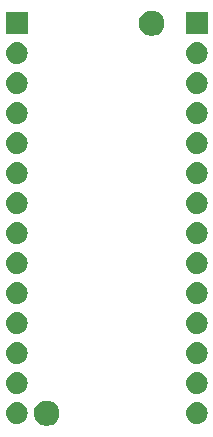
<source format=gbs>
G04 #@! TF.GenerationSoftware,KiCad,Pcbnew,(5.1.2-1)-1*
G04 #@! TF.CreationDate,2019-06-26T00:08:28-04:00*
G04 #@! TF.ProjectId,28SF8148,32385346-3831-4343-982e-6b696361645f,rev?*
G04 #@! TF.SameCoordinates,Original*
G04 #@! TF.FileFunction,Soldermask,Bot*
G04 #@! TF.FilePolarity,Negative*
%FSLAX46Y46*%
G04 Gerber Fmt 4.6, Leading zero omitted, Abs format (unit mm)*
G04 Created by KiCad (PCBNEW (5.1.2-1)-1) date 2019-06-26 00:08:28*
%MOMM*%
%LPD*%
G04 APERTURE LIST*
%ADD10C,0.100000*%
G04 APERTURE END LIST*
D10*
G36*
X43493916Y-52305158D02*
G01*
X43689772Y-52386284D01*
X43689774Y-52386285D01*
X43866037Y-52504060D01*
X44015940Y-52653963D01*
X44133715Y-52830226D01*
X44133716Y-52830228D01*
X44214842Y-53026084D01*
X44256200Y-53234004D01*
X44256200Y-53445996D01*
X44214842Y-53653916D01*
X44197344Y-53696159D01*
X44133715Y-53849774D01*
X44015940Y-54026037D01*
X43866037Y-54175940D01*
X43689774Y-54293715D01*
X43689773Y-54293716D01*
X43689772Y-54293716D01*
X43493916Y-54374842D01*
X43285996Y-54416200D01*
X43074004Y-54416200D01*
X42866084Y-54374842D01*
X42670228Y-54293716D01*
X42670227Y-54293716D01*
X42670226Y-54293715D01*
X42493963Y-54175940D01*
X42344060Y-54026037D01*
X42226285Y-53849774D01*
X42162656Y-53696159D01*
X42145158Y-53653916D01*
X42103800Y-53445996D01*
X42103800Y-53234004D01*
X42145158Y-53026084D01*
X42226284Y-52830228D01*
X42226285Y-52830226D01*
X42344060Y-52653963D01*
X42493963Y-52504060D01*
X42670226Y-52386285D01*
X42670228Y-52386284D01*
X42866084Y-52305158D01*
X43074004Y-52263800D01*
X43285996Y-52263800D01*
X43493916Y-52305158D01*
X43493916Y-52305158D01*
G37*
G36*
X40821567Y-52427201D02*
G01*
X40996159Y-52480163D01*
X41157057Y-52566165D01*
X41298091Y-52681909D01*
X41413835Y-52822943D01*
X41499837Y-52983841D01*
X41552799Y-53158433D01*
X41570681Y-53340000D01*
X41552799Y-53521567D01*
X41499837Y-53696159D01*
X41413835Y-53857057D01*
X41298091Y-53998091D01*
X41157057Y-54113835D01*
X40996159Y-54199837D01*
X40821567Y-54252799D01*
X40685500Y-54266200D01*
X40594500Y-54266200D01*
X40458433Y-54252799D01*
X40283841Y-54199837D01*
X40122943Y-54113835D01*
X39981909Y-53998091D01*
X39866165Y-53857057D01*
X39780163Y-53696159D01*
X39727201Y-53521567D01*
X39709319Y-53340000D01*
X39727201Y-53158433D01*
X39780163Y-52983841D01*
X39866165Y-52822943D01*
X39981909Y-52681909D01*
X40122943Y-52566165D01*
X40283841Y-52480163D01*
X40458433Y-52427201D01*
X40594500Y-52413800D01*
X40685500Y-52413800D01*
X40821567Y-52427201D01*
X40821567Y-52427201D01*
G37*
G36*
X56061567Y-52427201D02*
G01*
X56236159Y-52480163D01*
X56397057Y-52566165D01*
X56538091Y-52681909D01*
X56653835Y-52822943D01*
X56739837Y-52983841D01*
X56792799Y-53158433D01*
X56810681Y-53340000D01*
X56792799Y-53521567D01*
X56739837Y-53696159D01*
X56653835Y-53857057D01*
X56538091Y-53998091D01*
X56397057Y-54113835D01*
X56236159Y-54199837D01*
X56061567Y-54252799D01*
X55925500Y-54266200D01*
X55834500Y-54266200D01*
X55698433Y-54252799D01*
X55523841Y-54199837D01*
X55362943Y-54113835D01*
X55221909Y-53998091D01*
X55106165Y-53857057D01*
X55020163Y-53696159D01*
X54967201Y-53521567D01*
X54949319Y-53340000D01*
X54967201Y-53158433D01*
X55020163Y-52983841D01*
X55106165Y-52822943D01*
X55221909Y-52681909D01*
X55362943Y-52566165D01*
X55523841Y-52480163D01*
X55698433Y-52427201D01*
X55834500Y-52413800D01*
X55925500Y-52413800D01*
X56061567Y-52427201D01*
X56061567Y-52427201D01*
G37*
G36*
X56061567Y-49887201D02*
G01*
X56236159Y-49940163D01*
X56397057Y-50026165D01*
X56538091Y-50141909D01*
X56653835Y-50282943D01*
X56739837Y-50443841D01*
X56792799Y-50618433D01*
X56810681Y-50800000D01*
X56792799Y-50981567D01*
X56739837Y-51156159D01*
X56653835Y-51317057D01*
X56538091Y-51458091D01*
X56397057Y-51573835D01*
X56236159Y-51659837D01*
X56061567Y-51712799D01*
X55925500Y-51726200D01*
X55834500Y-51726200D01*
X55698433Y-51712799D01*
X55523841Y-51659837D01*
X55362943Y-51573835D01*
X55221909Y-51458091D01*
X55106165Y-51317057D01*
X55020163Y-51156159D01*
X54967201Y-50981567D01*
X54949319Y-50800000D01*
X54967201Y-50618433D01*
X55020163Y-50443841D01*
X55106165Y-50282943D01*
X55221909Y-50141909D01*
X55362943Y-50026165D01*
X55523841Y-49940163D01*
X55698433Y-49887201D01*
X55834500Y-49873800D01*
X55925500Y-49873800D01*
X56061567Y-49887201D01*
X56061567Y-49887201D01*
G37*
G36*
X40821567Y-49887201D02*
G01*
X40996159Y-49940163D01*
X41157057Y-50026165D01*
X41298091Y-50141909D01*
X41413835Y-50282943D01*
X41499837Y-50443841D01*
X41552799Y-50618433D01*
X41570681Y-50800000D01*
X41552799Y-50981567D01*
X41499837Y-51156159D01*
X41413835Y-51317057D01*
X41298091Y-51458091D01*
X41157057Y-51573835D01*
X40996159Y-51659837D01*
X40821567Y-51712799D01*
X40685500Y-51726200D01*
X40594500Y-51726200D01*
X40458433Y-51712799D01*
X40283841Y-51659837D01*
X40122943Y-51573835D01*
X39981909Y-51458091D01*
X39866165Y-51317057D01*
X39780163Y-51156159D01*
X39727201Y-50981567D01*
X39709319Y-50800000D01*
X39727201Y-50618433D01*
X39780163Y-50443841D01*
X39866165Y-50282943D01*
X39981909Y-50141909D01*
X40122943Y-50026165D01*
X40283841Y-49940163D01*
X40458433Y-49887201D01*
X40594500Y-49873800D01*
X40685500Y-49873800D01*
X40821567Y-49887201D01*
X40821567Y-49887201D01*
G37*
G36*
X40821567Y-47347201D02*
G01*
X40996159Y-47400163D01*
X41157057Y-47486165D01*
X41298091Y-47601909D01*
X41413835Y-47742943D01*
X41499837Y-47903841D01*
X41552799Y-48078433D01*
X41570681Y-48260000D01*
X41552799Y-48441567D01*
X41499837Y-48616159D01*
X41413835Y-48777057D01*
X41298091Y-48918091D01*
X41157057Y-49033835D01*
X40996159Y-49119837D01*
X40821567Y-49172799D01*
X40685500Y-49186200D01*
X40594500Y-49186200D01*
X40458433Y-49172799D01*
X40283841Y-49119837D01*
X40122943Y-49033835D01*
X39981909Y-48918091D01*
X39866165Y-48777057D01*
X39780163Y-48616159D01*
X39727201Y-48441567D01*
X39709319Y-48260000D01*
X39727201Y-48078433D01*
X39780163Y-47903841D01*
X39866165Y-47742943D01*
X39981909Y-47601909D01*
X40122943Y-47486165D01*
X40283841Y-47400163D01*
X40458433Y-47347201D01*
X40594500Y-47333800D01*
X40685500Y-47333800D01*
X40821567Y-47347201D01*
X40821567Y-47347201D01*
G37*
G36*
X56061567Y-47347201D02*
G01*
X56236159Y-47400163D01*
X56397057Y-47486165D01*
X56538091Y-47601909D01*
X56653835Y-47742943D01*
X56739837Y-47903841D01*
X56792799Y-48078433D01*
X56810681Y-48260000D01*
X56792799Y-48441567D01*
X56739837Y-48616159D01*
X56653835Y-48777057D01*
X56538091Y-48918091D01*
X56397057Y-49033835D01*
X56236159Y-49119837D01*
X56061567Y-49172799D01*
X55925500Y-49186200D01*
X55834500Y-49186200D01*
X55698433Y-49172799D01*
X55523841Y-49119837D01*
X55362943Y-49033835D01*
X55221909Y-48918091D01*
X55106165Y-48777057D01*
X55020163Y-48616159D01*
X54967201Y-48441567D01*
X54949319Y-48260000D01*
X54967201Y-48078433D01*
X55020163Y-47903841D01*
X55106165Y-47742943D01*
X55221909Y-47601909D01*
X55362943Y-47486165D01*
X55523841Y-47400163D01*
X55698433Y-47347201D01*
X55834500Y-47333800D01*
X55925500Y-47333800D01*
X56061567Y-47347201D01*
X56061567Y-47347201D01*
G37*
G36*
X40821567Y-44807201D02*
G01*
X40996159Y-44860163D01*
X41157057Y-44946165D01*
X41298091Y-45061909D01*
X41413835Y-45202943D01*
X41499837Y-45363841D01*
X41552799Y-45538433D01*
X41570681Y-45720000D01*
X41552799Y-45901567D01*
X41499837Y-46076159D01*
X41413835Y-46237057D01*
X41298091Y-46378091D01*
X41157057Y-46493835D01*
X40996159Y-46579837D01*
X40821567Y-46632799D01*
X40685500Y-46646200D01*
X40594500Y-46646200D01*
X40458433Y-46632799D01*
X40283841Y-46579837D01*
X40122943Y-46493835D01*
X39981909Y-46378091D01*
X39866165Y-46237057D01*
X39780163Y-46076159D01*
X39727201Y-45901567D01*
X39709319Y-45720000D01*
X39727201Y-45538433D01*
X39780163Y-45363841D01*
X39866165Y-45202943D01*
X39981909Y-45061909D01*
X40122943Y-44946165D01*
X40283841Y-44860163D01*
X40458433Y-44807201D01*
X40594500Y-44793800D01*
X40685500Y-44793800D01*
X40821567Y-44807201D01*
X40821567Y-44807201D01*
G37*
G36*
X56061567Y-44807201D02*
G01*
X56236159Y-44860163D01*
X56397057Y-44946165D01*
X56538091Y-45061909D01*
X56653835Y-45202943D01*
X56739837Y-45363841D01*
X56792799Y-45538433D01*
X56810681Y-45720000D01*
X56792799Y-45901567D01*
X56739837Y-46076159D01*
X56653835Y-46237057D01*
X56538091Y-46378091D01*
X56397057Y-46493835D01*
X56236159Y-46579837D01*
X56061567Y-46632799D01*
X55925500Y-46646200D01*
X55834500Y-46646200D01*
X55698433Y-46632799D01*
X55523841Y-46579837D01*
X55362943Y-46493835D01*
X55221909Y-46378091D01*
X55106165Y-46237057D01*
X55020163Y-46076159D01*
X54967201Y-45901567D01*
X54949319Y-45720000D01*
X54967201Y-45538433D01*
X55020163Y-45363841D01*
X55106165Y-45202943D01*
X55221909Y-45061909D01*
X55362943Y-44946165D01*
X55523841Y-44860163D01*
X55698433Y-44807201D01*
X55834500Y-44793800D01*
X55925500Y-44793800D01*
X56061567Y-44807201D01*
X56061567Y-44807201D01*
G37*
G36*
X56061567Y-42267201D02*
G01*
X56236159Y-42320163D01*
X56397057Y-42406165D01*
X56538091Y-42521909D01*
X56653835Y-42662943D01*
X56739837Y-42823841D01*
X56792799Y-42998433D01*
X56810681Y-43180000D01*
X56792799Y-43361567D01*
X56739837Y-43536159D01*
X56653835Y-43697057D01*
X56538091Y-43838091D01*
X56397057Y-43953835D01*
X56236159Y-44039837D01*
X56061567Y-44092799D01*
X55925500Y-44106200D01*
X55834500Y-44106200D01*
X55698433Y-44092799D01*
X55523841Y-44039837D01*
X55362943Y-43953835D01*
X55221909Y-43838091D01*
X55106165Y-43697057D01*
X55020163Y-43536159D01*
X54967201Y-43361567D01*
X54949319Y-43180000D01*
X54967201Y-42998433D01*
X55020163Y-42823841D01*
X55106165Y-42662943D01*
X55221909Y-42521909D01*
X55362943Y-42406165D01*
X55523841Y-42320163D01*
X55698433Y-42267201D01*
X55834500Y-42253800D01*
X55925500Y-42253800D01*
X56061567Y-42267201D01*
X56061567Y-42267201D01*
G37*
G36*
X40821567Y-42267201D02*
G01*
X40996159Y-42320163D01*
X41157057Y-42406165D01*
X41298091Y-42521909D01*
X41413835Y-42662943D01*
X41499837Y-42823841D01*
X41552799Y-42998433D01*
X41570681Y-43180000D01*
X41552799Y-43361567D01*
X41499837Y-43536159D01*
X41413835Y-43697057D01*
X41298091Y-43838091D01*
X41157057Y-43953835D01*
X40996159Y-44039837D01*
X40821567Y-44092799D01*
X40685500Y-44106200D01*
X40594500Y-44106200D01*
X40458433Y-44092799D01*
X40283841Y-44039837D01*
X40122943Y-43953835D01*
X39981909Y-43838091D01*
X39866165Y-43697057D01*
X39780163Y-43536159D01*
X39727201Y-43361567D01*
X39709319Y-43180000D01*
X39727201Y-42998433D01*
X39780163Y-42823841D01*
X39866165Y-42662943D01*
X39981909Y-42521909D01*
X40122943Y-42406165D01*
X40283841Y-42320163D01*
X40458433Y-42267201D01*
X40594500Y-42253800D01*
X40685500Y-42253800D01*
X40821567Y-42267201D01*
X40821567Y-42267201D01*
G37*
G36*
X56061567Y-39727201D02*
G01*
X56236159Y-39780163D01*
X56397057Y-39866165D01*
X56538091Y-39981909D01*
X56653835Y-40122943D01*
X56739837Y-40283841D01*
X56792799Y-40458433D01*
X56810681Y-40640000D01*
X56792799Y-40821567D01*
X56739837Y-40996159D01*
X56653835Y-41157057D01*
X56538091Y-41298091D01*
X56397057Y-41413835D01*
X56236159Y-41499837D01*
X56061567Y-41552799D01*
X55925500Y-41566200D01*
X55834500Y-41566200D01*
X55698433Y-41552799D01*
X55523841Y-41499837D01*
X55362943Y-41413835D01*
X55221909Y-41298091D01*
X55106165Y-41157057D01*
X55020163Y-40996159D01*
X54967201Y-40821567D01*
X54949319Y-40640000D01*
X54967201Y-40458433D01*
X55020163Y-40283841D01*
X55106165Y-40122943D01*
X55221909Y-39981909D01*
X55362943Y-39866165D01*
X55523841Y-39780163D01*
X55698433Y-39727201D01*
X55834500Y-39713800D01*
X55925500Y-39713800D01*
X56061567Y-39727201D01*
X56061567Y-39727201D01*
G37*
G36*
X40821567Y-39727201D02*
G01*
X40996159Y-39780163D01*
X41157057Y-39866165D01*
X41298091Y-39981909D01*
X41413835Y-40122943D01*
X41499837Y-40283841D01*
X41552799Y-40458433D01*
X41570681Y-40640000D01*
X41552799Y-40821567D01*
X41499837Y-40996159D01*
X41413835Y-41157057D01*
X41298091Y-41298091D01*
X41157057Y-41413835D01*
X40996159Y-41499837D01*
X40821567Y-41552799D01*
X40685500Y-41566200D01*
X40594500Y-41566200D01*
X40458433Y-41552799D01*
X40283841Y-41499837D01*
X40122943Y-41413835D01*
X39981909Y-41298091D01*
X39866165Y-41157057D01*
X39780163Y-40996159D01*
X39727201Y-40821567D01*
X39709319Y-40640000D01*
X39727201Y-40458433D01*
X39780163Y-40283841D01*
X39866165Y-40122943D01*
X39981909Y-39981909D01*
X40122943Y-39866165D01*
X40283841Y-39780163D01*
X40458433Y-39727201D01*
X40594500Y-39713800D01*
X40685500Y-39713800D01*
X40821567Y-39727201D01*
X40821567Y-39727201D01*
G37*
G36*
X40821567Y-37187201D02*
G01*
X40996159Y-37240163D01*
X41157057Y-37326165D01*
X41298091Y-37441909D01*
X41413835Y-37582943D01*
X41499837Y-37743841D01*
X41552799Y-37918433D01*
X41570681Y-38100000D01*
X41552799Y-38281567D01*
X41499837Y-38456159D01*
X41413835Y-38617057D01*
X41298091Y-38758091D01*
X41157057Y-38873835D01*
X40996159Y-38959837D01*
X40821567Y-39012799D01*
X40685500Y-39026200D01*
X40594500Y-39026200D01*
X40458433Y-39012799D01*
X40283841Y-38959837D01*
X40122943Y-38873835D01*
X39981909Y-38758091D01*
X39866165Y-38617057D01*
X39780163Y-38456159D01*
X39727201Y-38281567D01*
X39709319Y-38100000D01*
X39727201Y-37918433D01*
X39780163Y-37743841D01*
X39866165Y-37582943D01*
X39981909Y-37441909D01*
X40122943Y-37326165D01*
X40283841Y-37240163D01*
X40458433Y-37187201D01*
X40594500Y-37173800D01*
X40685500Y-37173800D01*
X40821567Y-37187201D01*
X40821567Y-37187201D01*
G37*
G36*
X56061567Y-37187201D02*
G01*
X56236159Y-37240163D01*
X56397057Y-37326165D01*
X56538091Y-37441909D01*
X56653835Y-37582943D01*
X56739837Y-37743841D01*
X56792799Y-37918433D01*
X56810681Y-38100000D01*
X56792799Y-38281567D01*
X56739837Y-38456159D01*
X56653835Y-38617057D01*
X56538091Y-38758091D01*
X56397057Y-38873835D01*
X56236159Y-38959837D01*
X56061567Y-39012799D01*
X55925500Y-39026200D01*
X55834500Y-39026200D01*
X55698433Y-39012799D01*
X55523841Y-38959837D01*
X55362943Y-38873835D01*
X55221909Y-38758091D01*
X55106165Y-38617057D01*
X55020163Y-38456159D01*
X54967201Y-38281567D01*
X54949319Y-38100000D01*
X54967201Y-37918433D01*
X55020163Y-37743841D01*
X55106165Y-37582943D01*
X55221909Y-37441909D01*
X55362943Y-37326165D01*
X55523841Y-37240163D01*
X55698433Y-37187201D01*
X55834500Y-37173800D01*
X55925500Y-37173800D01*
X56061567Y-37187201D01*
X56061567Y-37187201D01*
G37*
G36*
X56061567Y-34647201D02*
G01*
X56236159Y-34700163D01*
X56397057Y-34786165D01*
X56538091Y-34901909D01*
X56653835Y-35042943D01*
X56739837Y-35203841D01*
X56792799Y-35378433D01*
X56810681Y-35560000D01*
X56792799Y-35741567D01*
X56739837Y-35916159D01*
X56653835Y-36077057D01*
X56538091Y-36218091D01*
X56397057Y-36333835D01*
X56236159Y-36419837D01*
X56061567Y-36472799D01*
X55925500Y-36486200D01*
X55834500Y-36486200D01*
X55698433Y-36472799D01*
X55523841Y-36419837D01*
X55362943Y-36333835D01*
X55221909Y-36218091D01*
X55106165Y-36077057D01*
X55020163Y-35916159D01*
X54967201Y-35741567D01*
X54949319Y-35560000D01*
X54967201Y-35378433D01*
X55020163Y-35203841D01*
X55106165Y-35042943D01*
X55221909Y-34901909D01*
X55362943Y-34786165D01*
X55523841Y-34700163D01*
X55698433Y-34647201D01*
X55834500Y-34633800D01*
X55925500Y-34633800D01*
X56061567Y-34647201D01*
X56061567Y-34647201D01*
G37*
G36*
X40821567Y-34647201D02*
G01*
X40996159Y-34700163D01*
X41157057Y-34786165D01*
X41298091Y-34901909D01*
X41413835Y-35042943D01*
X41499837Y-35203841D01*
X41552799Y-35378433D01*
X41570681Y-35560000D01*
X41552799Y-35741567D01*
X41499837Y-35916159D01*
X41413835Y-36077057D01*
X41298091Y-36218091D01*
X41157057Y-36333835D01*
X40996159Y-36419837D01*
X40821567Y-36472799D01*
X40685500Y-36486200D01*
X40594500Y-36486200D01*
X40458433Y-36472799D01*
X40283841Y-36419837D01*
X40122943Y-36333835D01*
X39981909Y-36218091D01*
X39866165Y-36077057D01*
X39780163Y-35916159D01*
X39727201Y-35741567D01*
X39709319Y-35560000D01*
X39727201Y-35378433D01*
X39780163Y-35203841D01*
X39866165Y-35042943D01*
X39981909Y-34901909D01*
X40122943Y-34786165D01*
X40283841Y-34700163D01*
X40458433Y-34647201D01*
X40594500Y-34633800D01*
X40685500Y-34633800D01*
X40821567Y-34647201D01*
X40821567Y-34647201D01*
G37*
G36*
X40821567Y-32107201D02*
G01*
X40996159Y-32160163D01*
X41157057Y-32246165D01*
X41298091Y-32361909D01*
X41413835Y-32502943D01*
X41499837Y-32663841D01*
X41552799Y-32838433D01*
X41570681Y-33020000D01*
X41552799Y-33201567D01*
X41499837Y-33376159D01*
X41413835Y-33537057D01*
X41298091Y-33678091D01*
X41157057Y-33793835D01*
X40996159Y-33879837D01*
X40821567Y-33932799D01*
X40685500Y-33946200D01*
X40594500Y-33946200D01*
X40458433Y-33932799D01*
X40283841Y-33879837D01*
X40122943Y-33793835D01*
X39981909Y-33678091D01*
X39866165Y-33537057D01*
X39780163Y-33376159D01*
X39727201Y-33201567D01*
X39709319Y-33020000D01*
X39727201Y-32838433D01*
X39780163Y-32663841D01*
X39866165Y-32502943D01*
X39981909Y-32361909D01*
X40122943Y-32246165D01*
X40283841Y-32160163D01*
X40458433Y-32107201D01*
X40594500Y-32093800D01*
X40685500Y-32093800D01*
X40821567Y-32107201D01*
X40821567Y-32107201D01*
G37*
G36*
X56061567Y-32107201D02*
G01*
X56236159Y-32160163D01*
X56397057Y-32246165D01*
X56538091Y-32361909D01*
X56653835Y-32502943D01*
X56739837Y-32663841D01*
X56792799Y-32838433D01*
X56810681Y-33020000D01*
X56792799Y-33201567D01*
X56739837Y-33376159D01*
X56653835Y-33537057D01*
X56538091Y-33678091D01*
X56397057Y-33793835D01*
X56236159Y-33879837D01*
X56061567Y-33932799D01*
X55925500Y-33946200D01*
X55834500Y-33946200D01*
X55698433Y-33932799D01*
X55523841Y-33879837D01*
X55362943Y-33793835D01*
X55221909Y-33678091D01*
X55106165Y-33537057D01*
X55020163Y-33376159D01*
X54967201Y-33201567D01*
X54949319Y-33020000D01*
X54967201Y-32838433D01*
X55020163Y-32663841D01*
X55106165Y-32502943D01*
X55221909Y-32361909D01*
X55362943Y-32246165D01*
X55523841Y-32160163D01*
X55698433Y-32107201D01*
X55834500Y-32093800D01*
X55925500Y-32093800D01*
X56061567Y-32107201D01*
X56061567Y-32107201D01*
G37*
G36*
X40821567Y-29567201D02*
G01*
X40996159Y-29620163D01*
X41157057Y-29706165D01*
X41298091Y-29821909D01*
X41413835Y-29962943D01*
X41499837Y-30123841D01*
X41552799Y-30298433D01*
X41570681Y-30480000D01*
X41552799Y-30661567D01*
X41499837Y-30836159D01*
X41413835Y-30997057D01*
X41298091Y-31138091D01*
X41157057Y-31253835D01*
X40996159Y-31339837D01*
X40821567Y-31392799D01*
X40685500Y-31406200D01*
X40594500Y-31406200D01*
X40458433Y-31392799D01*
X40283841Y-31339837D01*
X40122943Y-31253835D01*
X39981909Y-31138091D01*
X39866165Y-30997057D01*
X39780163Y-30836159D01*
X39727201Y-30661567D01*
X39709319Y-30480000D01*
X39727201Y-30298433D01*
X39780163Y-30123841D01*
X39866165Y-29962943D01*
X39981909Y-29821909D01*
X40122943Y-29706165D01*
X40283841Y-29620163D01*
X40458433Y-29567201D01*
X40594500Y-29553800D01*
X40685500Y-29553800D01*
X40821567Y-29567201D01*
X40821567Y-29567201D01*
G37*
G36*
X56061567Y-29567201D02*
G01*
X56236159Y-29620163D01*
X56397057Y-29706165D01*
X56538091Y-29821909D01*
X56653835Y-29962943D01*
X56739837Y-30123841D01*
X56792799Y-30298433D01*
X56810681Y-30480000D01*
X56792799Y-30661567D01*
X56739837Y-30836159D01*
X56653835Y-30997057D01*
X56538091Y-31138091D01*
X56397057Y-31253835D01*
X56236159Y-31339837D01*
X56061567Y-31392799D01*
X55925500Y-31406200D01*
X55834500Y-31406200D01*
X55698433Y-31392799D01*
X55523841Y-31339837D01*
X55362943Y-31253835D01*
X55221909Y-31138091D01*
X55106165Y-30997057D01*
X55020163Y-30836159D01*
X54967201Y-30661567D01*
X54949319Y-30480000D01*
X54967201Y-30298433D01*
X55020163Y-30123841D01*
X55106165Y-29962943D01*
X55221909Y-29821909D01*
X55362943Y-29706165D01*
X55523841Y-29620163D01*
X55698433Y-29567201D01*
X55834500Y-29553800D01*
X55925500Y-29553800D01*
X56061567Y-29567201D01*
X56061567Y-29567201D01*
G37*
G36*
X56061567Y-27027201D02*
G01*
X56236159Y-27080163D01*
X56397057Y-27166165D01*
X56538091Y-27281909D01*
X56653835Y-27422943D01*
X56739837Y-27583841D01*
X56792799Y-27758433D01*
X56810681Y-27940000D01*
X56792799Y-28121567D01*
X56739837Y-28296159D01*
X56653835Y-28457057D01*
X56538091Y-28598091D01*
X56397057Y-28713835D01*
X56236159Y-28799837D01*
X56061567Y-28852799D01*
X55925500Y-28866200D01*
X55834500Y-28866200D01*
X55698433Y-28852799D01*
X55523841Y-28799837D01*
X55362943Y-28713835D01*
X55221909Y-28598091D01*
X55106165Y-28457057D01*
X55020163Y-28296159D01*
X54967201Y-28121567D01*
X54949319Y-27940000D01*
X54967201Y-27758433D01*
X55020163Y-27583841D01*
X55106165Y-27422943D01*
X55221909Y-27281909D01*
X55362943Y-27166165D01*
X55523841Y-27080163D01*
X55698433Y-27027201D01*
X55834500Y-27013800D01*
X55925500Y-27013800D01*
X56061567Y-27027201D01*
X56061567Y-27027201D01*
G37*
G36*
X40821567Y-27027201D02*
G01*
X40996159Y-27080163D01*
X41157057Y-27166165D01*
X41298091Y-27281909D01*
X41413835Y-27422943D01*
X41499837Y-27583841D01*
X41552799Y-27758433D01*
X41570681Y-27940000D01*
X41552799Y-28121567D01*
X41499837Y-28296159D01*
X41413835Y-28457057D01*
X41298091Y-28598091D01*
X41157057Y-28713835D01*
X40996159Y-28799837D01*
X40821567Y-28852799D01*
X40685500Y-28866200D01*
X40594500Y-28866200D01*
X40458433Y-28852799D01*
X40283841Y-28799837D01*
X40122943Y-28713835D01*
X39981909Y-28598091D01*
X39866165Y-28457057D01*
X39780163Y-28296159D01*
X39727201Y-28121567D01*
X39709319Y-27940000D01*
X39727201Y-27758433D01*
X39780163Y-27583841D01*
X39866165Y-27422943D01*
X39981909Y-27281909D01*
X40122943Y-27166165D01*
X40283841Y-27080163D01*
X40458433Y-27027201D01*
X40594500Y-27013800D01*
X40685500Y-27013800D01*
X40821567Y-27027201D01*
X40821567Y-27027201D01*
G37*
G36*
X56061567Y-24487201D02*
G01*
X56236159Y-24540163D01*
X56397057Y-24626165D01*
X56538091Y-24741909D01*
X56653835Y-24882943D01*
X56739837Y-25043841D01*
X56792799Y-25218433D01*
X56810681Y-25400000D01*
X56792799Y-25581567D01*
X56739837Y-25756159D01*
X56653835Y-25917057D01*
X56538091Y-26058091D01*
X56397057Y-26173835D01*
X56236159Y-26259837D01*
X56061567Y-26312799D01*
X55925500Y-26326200D01*
X55834500Y-26326200D01*
X55698433Y-26312799D01*
X55523841Y-26259837D01*
X55362943Y-26173835D01*
X55221909Y-26058091D01*
X55106165Y-25917057D01*
X55020163Y-25756159D01*
X54967201Y-25581567D01*
X54949319Y-25400000D01*
X54967201Y-25218433D01*
X55020163Y-25043841D01*
X55106165Y-24882943D01*
X55221909Y-24741909D01*
X55362943Y-24626165D01*
X55523841Y-24540163D01*
X55698433Y-24487201D01*
X55834500Y-24473800D01*
X55925500Y-24473800D01*
X56061567Y-24487201D01*
X56061567Y-24487201D01*
G37*
G36*
X40821567Y-24487201D02*
G01*
X40996159Y-24540163D01*
X41157057Y-24626165D01*
X41298091Y-24741909D01*
X41413835Y-24882943D01*
X41499837Y-25043841D01*
X41552799Y-25218433D01*
X41570681Y-25400000D01*
X41552799Y-25581567D01*
X41499837Y-25756159D01*
X41413835Y-25917057D01*
X41298091Y-26058091D01*
X41157057Y-26173835D01*
X40996159Y-26259837D01*
X40821567Y-26312799D01*
X40685500Y-26326200D01*
X40594500Y-26326200D01*
X40458433Y-26312799D01*
X40283841Y-26259837D01*
X40122943Y-26173835D01*
X39981909Y-26058091D01*
X39866165Y-25917057D01*
X39780163Y-25756159D01*
X39727201Y-25581567D01*
X39709319Y-25400000D01*
X39727201Y-25218433D01*
X39780163Y-25043841D01*
X39866165Y-24882943D01*
X39981909Y-24741909D01*
X40122943Y-24626165D01*
X40283841Y-24540163D01*
X40458433Y-24487201D01*
X40594500Y-24473800D01*
X40685500Y-24473800D01*
X40821567Y-24487201D01*
X40821567Y-24487201D01*
G37*
G36*
X40821567Y-21947201D02*
G01*
X40996159Y-22000163D01*
X41157057Y-22086165D01*
X41298091Y-22201909D01*
X41413835Y-22342943D01*
X41499837Y-22503841D01*
X41552799Y-22678433D01*
X41570681Y-22860000D01*
X41552799Y-23041567D01*
X41499837Y-23216159D01*
X41413835Y-23377057D01*
X41298091Y-23518091D01*
X41157057Y-23633835D01*
X40996159Y-23719837D01*
X40821567Y-23772799D01*
X40685500Y-23786200D01*
X40594500Y-23786200D01*
X40458433Y-23772799D01*
X40283841Y-23719837D01*
X40122943Y-23633835D01*
X39981909Y-23518091D01*
X39866165Y-23377057D01*
X39780163Y-23216159D01*
X39727201Y-23041567D01*
X39709319Y-22860000D01*
X39727201Y-22678433D01*
X39780163Y-22503841D01*
X39866165Y-22342943D01*
X39981909Y-22201909D01*
X40122943Y-22086165D01*
X40283841Y-22000163D01*
X40458433Y-21947201D01*
X40594500Y-21933800D01*
X40685500Y-21933800D01*
X40821567Y-21947201D01*
X40821567Y-21947201D01*
G37*
G36*
X56061567Y-21947201D02*
G01*
X56236159Y-22000163D01*
X56397057Y-22086165D01*
X56538091Y-22201909D01*
X56653835Y-22342943D01*
X56739837Y-22503841D01*
X56792799Y-22678433D01*
X56810681Y-22860000D01*
X56792799Y-23041567D01*
X56739837Y-23216159D01*
X56653835Y-23377057D01*
X56538091Y-23518091D01*
X56397057Y-23633835D01*
X56236159Y-23719837D01*
X56061567Y-23772799D01*
X55925500Y-23786200D01*
X55834500Y-23786200D01*
X55698433Y-23772799D01*
X55523841Y-23719837D01*
X55362943Y-23633835D01*
X55221909Y-23518091D01*
X55106165Y-23377057D01*
X55020163Y-23216159D01*
X54967201Y-23041567D01*
X54949319Y-22860000D01*
X54967201Y-22678433D01*
X55020163Y-22503841D01*
X55106165Y-22342943D01*
X55221909Y-22201909D01*
X55362943Y-22086165D01*
X55523841Y-22000163D01*
X55698433Y-21947201D01*
X55834500Y-21933800D01*
X55925500Y-21933800D01*
X56061567Y-21947201D01*
X56061567Y-21947201D01*
G37*
G36*
X52383916Y-19285158D02*
G01*
X52579772Y-19366284D01*
X52579774Y-19366285D01*
X52756037Y-19484060D01*
X52905940Y-19633963D01*
X53023715Y-19810226D01*
X53104842Y-20006085D01*
X53146200Y-20214005D01*
X53146200Y-20425995D01*
X53104842Y-20633915D01*
X53023715Y-20829774D01*
X52905940Y-21006037D01*
X52756037Y-21155940D01*
X52579774Y-21273715D01*
X52579773Y-21273716D01*
X52579772Y-21273716D01*
X52383916Y-21354842D01*
X52175996Y-21396200D01*
X51964004Y-21396200D01*
X51756084Y-21354842D01*
X51560228Y-21273716D01*
X51560227Y-21273716D01*
X51560226Y-21273715D01*
X51383963Y-21155940D01*
X51234060Y-21006037D01*
X51116285Y-20829774D01*
X51035158Y-20633915D01*
X50993800Y-20425995D01*
X50993800Y-20214005D01*
X51035158Y-20006085D01*
X51116285Y-19810226D01*
X51234060Y-19633963D01*
X51383963Y-19484060D01*
X51560226Y-19366285D01*
X51560228Y-19366284D01*
X51756084Y-19285158D01*
X51964004Y-19243800D01*
X52175996Y-19243800D01*
X52383916Y-19285158D01*
X52383916Y-19285158D01*
G37*
G36*
X41566200Y-21246200D02*
G01*
X39713800Y-21246200D01*
X39713800Y-19393800D01*
X41566200Y-19393800D01*
X41566200Y-21246200D01*
X41566200Y-21246200D01*
G37*
G36*
X56806200Y-21246200D02*
G01*
X54953800Y-21246200D01*
X54953800Y-19393800D01*
X56806200Y-19393800D01*
X56806200Y-21246200D01*
X56806200Y-21246200D01*
G37*
M02*

</source>
